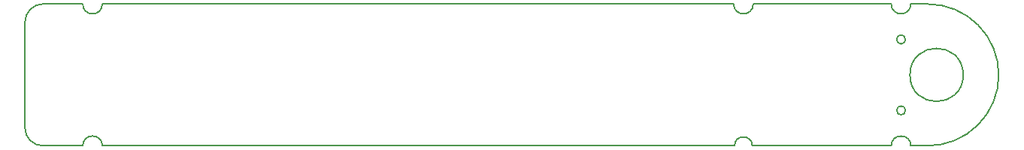
<source format=gko>
G04 #@! TF.GenerationSoftware,KiCad,Pcbnew,(5.1.5-0-10_14)*
G04 #@! TF.CreationDate,2020-01-18T12:47:27-08:00*
G04 #@! TF.ProjectId,STM32L0xx_18650,53544d33-324c-4307-9878-5f3138363530,rev?*
G04 #@! TF.SameCoordinates,Original*
G04 #@! TF.FileFunction,Profile,NP*
%FSLAX46Y46*%
G04 Gerber Fmt 4.6, Leading zero omitted, Abs format (unit mm)*
G04 Created by KiCad (PCBNEW (5.1.5-0-10_14)) date 2020-01-18 12:47:27*
%MOMM*%
%LPD*%
G04 APERTURE LIST*
%ADD10C,0.150000*%
G04 APERTURE END LIST*
D10*
X140000000Y-108000000D02*
X155650000Y-108000000D01*
X140100000Y-92000000D02*
X155650000Y-92000000D01*
X140100000Y-92000000D02*
G75*
G02X137900000Y-92000000I-1100000J0D01*
G01*
X138000000Y-108000000D02*
G75*
G02X140000000Y-108000000I1000000J0D01*
G01*
X157250000Y-104000000D02*
G75*
G03X157250000Y-104000000I-500000J0D01*
G01*
X157250000Y-96000000D02*
G75*
G03X157250000Y-96000000I-500000J0D01*
G01*
X64600000Y-108000000D02*
X60100000Y-108000000D01*
X64600000Y-108000000D02*
G75*
G02X66800000Y-108000000I1100000J0D01*
G01*
X64600000Y-92000000D02*
X60100000Y-92000000D01*
X66800000Y-92000000D02*
G75*
G02X64600000Y-92000000I-1100000J0D01*
G01*
X157850000Y-92000000D02*
X159749999Y-91999845D01*
X157850000Y-108000000D02*
X159700001Y-107999999D01*
X159749999Y-91999845D02*
G75*
G02X159700001Y-107999999I1J-8000155D01*
G01*
X163750000Y-100000000D02*
G75*
G03X163750000Y-100000000I-3000000J0D01*
G01*
X155650000Y-108000000D02*
G75*
G02X157850000Y-108000000I1100000J0D01*
G01*
X157850000Y-92000000D02*
G75*
G02X155650000Y-92000000I-1100000J0D01*
G01*
X60100000Y-108000000D02*
G75*
G02X58100000Y-106000000I0J2000000D01*
G01*
X58100000Y-94000000D02*
G75*
G02X60100000Y-92000000I2000000J0D01*
G01*
X58100000Y-94000000D02*
X58100000Y-106000000D01*
X66800000Y-108000000D02*
X138000000Y-108000000D01*
X66800000Y-92000000D02*
X137900000Y-92000000D01*
M02*

</source>
